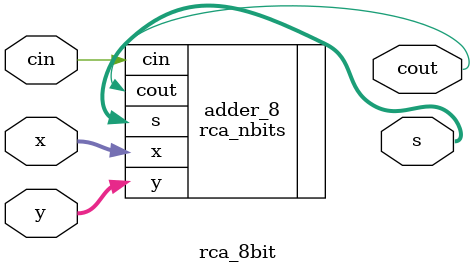
<source format=v>
`timescale 1ns / 1ps


module rca_8bit(
    input [7:0] x, y,
    input cin,
    output [7:0] s,
    output cout
    );
    
    rca_nbits #(.n(8)) adder_8(
        .x(x),
        .y(y),
        .cin(cin),
        .s(s),
        .cout(cout)
    );
endmodule

</source>
